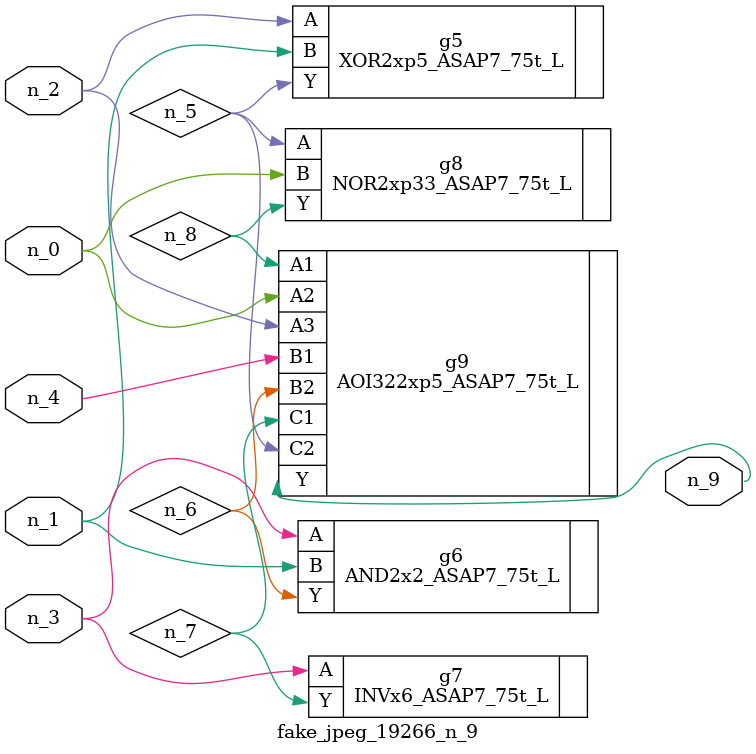
<source format=v>
module fake_jpeg_19266_n_9 (n_3, n_2, n_1, n_0, n_4, n_9);

input n_3;
input n_2;
input n_1;
input n_0;
input n_4;

output n_9;

wire n_8;
wire n_6;
wire n_5;
wire n_7;

XOR2xp5_ASAP7_75t_L g5 ( 
.A(n_2),
.B(n_1),
.Y(n_5)
);

AND2x2_ASAP7_75t_L g6 ( 
.A(n_3),
.B(n_1),
.Y(n_6)
);

INVx6_ASAP7_75t_L g7 ( 
.A(n_3),
.Y(n_7)
);

NOR2xp33_ASAP7_75t_L g8 ( 
.A(n_5),
.B(n_0),
.Y(n_8)
);

AOI322xp5_ASAP7_75t_L g9 ( 
.A1(n_8),
.A2(n_0),
.A3(n_2),
.B1(n_4),
.B2(n_6),
.C1(n_7),
.C2(n_5),
.Y(n_9)
);


endmodule
</source>
